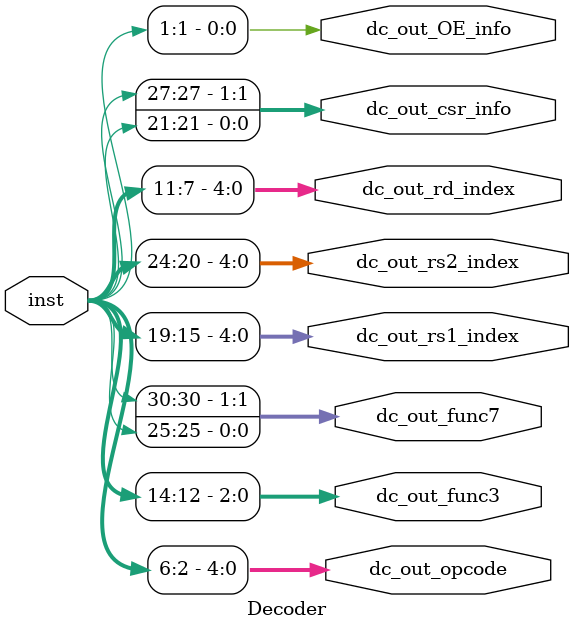
<source format=sv>
module Decoder (
    input logic [31:0] inst,
    output logic [4:0] dc_out_opcode,     
    output logic [2:0] dc_out_func3,
    output logic [1:0] dc_out_func7,     
    output logic [4:0] dc_out_rs1_index,
    output logic [4:0] dc_out_rs2_index,
    output logic [4:0] dc_out_rd_index,
    output logic [1:0] dc_out_csr_info,
    output logic dc_out_OE_info
);
    always_comb begin
        dc_out_opcode = inst[6:2];     // the last 2 bits of the opcode are always '11'-> only 5 bits required
        dc_out_func3 = inst[14:12];  
        dc_out_func7 = {inst[30], inst[25]};  // function7 of R-format instruction (add multiplication extension)
        dc_out_rs1_index = inst[19:15];
        dc_out_rs2_index = inst[24:20];
        dc_out_rd_index = inst[11:7];
        dc_out_csr_info = {inst[27], inst[21]};
        dc_out_OE_info  = {inst[1]};
    end
endmodule
</source>
